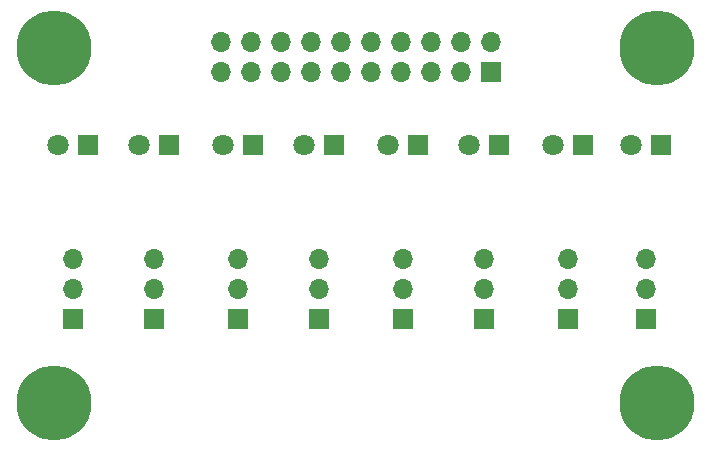
<source format=gts>
%TF.GenerationSoftware,KiCad,Pcbnew,(6.0.1)*%
%TF.CreationDate,2022-06-02T17:03:42-04:00*%
%TF.ProjectId,SWLEDX8,53574c45-4458-4382-9e6b-696361645f70,X1*%
%TF.SameCoordinates,Original*%
%TF.FileFunction,Soldermask,Top*%
%TF.FilePolarity,Negative*%
%FSLAX46Y46*%
G04 Gerber Fmt 4.6, Leading zero omitted, Abs format (unit mm)*
G04 Created by KiCad (PCBNEW (6.0.1)) date 2022-06-02 17:03:42*
%MOMM*%
%LPD*%
G01*
G04 APERTURE LIST*
%ADD10R,1.800000X1.800000*%
%ADD11C,1.800000*%
%ADD12C,6.350000*%
%ADD13R,1.700000X1.700000*%
%ADD14O,1.700000X1.700000*%
G04 APERTURE END LIST*
D10*
%TO.C,D0*%
X55377000Y-12192000D03*
D11*
X52837000Y-12192000D03*
%TD*%
D10*
%TO.C,D1*%
X48773000Y-12192000D03*
D11*
X46233000Y-12192000D03*
%TD*%
D10*
%TO.C,D2*%
X41661000Y-12192000D03*
D11*
X39121000Y-12192000D03*
%TD*%
D10*
%TO.C,D3*%
X34803000Y-12192000D03*
D11*
X32263000Y-12192000D03*
%TD*%
D10*
%TO.C,D4*%
X27691000Y-12192000D03*
D11*
X25151000Y-12192000D03*
%TD*%
D10*
%TO.C,D5*%
X20833000Y-12192000D03*
D11*
X18293000Y-12192000D03*
%TD*%
D10*
%TO.C,D6*%
X13721000Y-12192000D03*
D11*
X11181000Y-12192000D03*
%TD*%
D12*
%TO.C,MTG?1*%
X55000000Y-34000000D03*
%TD*%
%TO.C,MTG1*%
X55000000Y-4000000D03*
%TD*%
%TO.C,MTG2*%
X4000000Y-4000000D03*
%TD*%
%TO.C,MTG3*%
X4000000Y-34000000D03*
%TD*%
D13*
%TO.C,SW0*%
X54102000Y-26909000D03*
D14*
X54102000Y-24369000D03*
X54102000Y-21829000D03*
%TD*%
D13*
%TO.C,SW1*%
X47498000Y-26909000D03*
D14*
X47498000Y-24369000D03*
X47498000Y-21829000D03*
%TD*%
D13*
%TO.C,SW2*%
X40386000Y-26909000D03*
D14*
X40386000Y-24369000D03*
X40386000Y-21829000D03*
%TD*%
D13*
%TO.C,SW3*%
X33528000Y-26909000D03*
D14*
X33528000Y-24369000D03*
X33528000Y-21829000D03*
%TD*%
D13*
%TO.C,SW4*%
X26416000Y-26909000D03*
D14*
X26416000Y-24369000D03*
X26416000Y-21829000D03*
%TD*%
D13*
%TO.C,SW5*%
X19558000Y-26909000D03*
D14*
X19558000Y-24369000D03*
X19558000Y-21829000D03*
%TD*%
D13*
%TO.C,SW6*%
X12446000Y-26909000D03*
D14*
X12446000Y-24369000D03*
X12446000Y-21829000D03*
%TD*%
D13*
%TO.C,SW7*%
X5588000Y-26909000D03*
D14*
X5588000Y-24369000D03*
X5588000Y-21829000D03*
%TD*%
D10*
%TO.C,D7*%
X6863000Y-12192000D03*
D11*
X4323000Y-12192000D03*
%TD*%
D13*
%TO.C,P1*%
X41000000Y-6000000D03*
D14*
X41000000Y-3460000D03*
X38460000Y-6000000D03*
X38460000Y-3460000D03*
X35920000Y-6000000D03*
X35920000Y-3460000D03*
X33380000Y-6000000D03*
X33380000Y-3460000D03*
X30840000Y-6000000D03*
X30840000Y-3460000D03*
X28300000Y-6000000D03*
X28300000Y-3460000D03*
X25760000Y-6000000D03*
X25760000Y-3460000D03*
X23220000Y-6000000D03*
X23220000Y-3460000D03*
X20680000Y-6000000D03*
X20680000Y-3460000D03*
X18140000Y-6000000D03*
X18140000Y-3460000D03*
%TD*%
M02*

</source>
